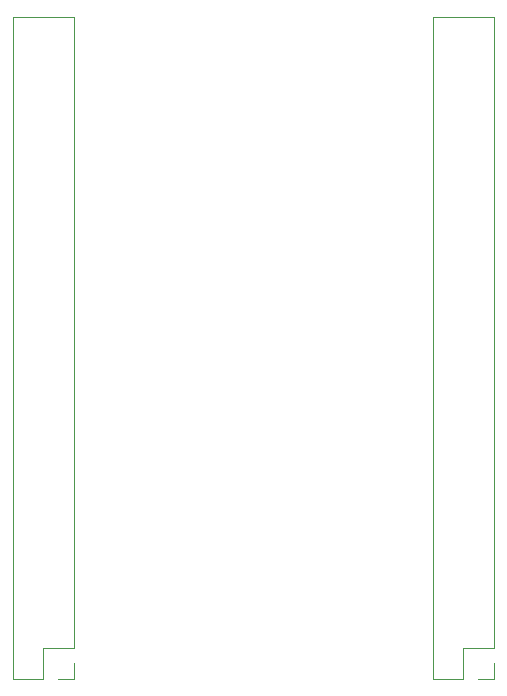
<source format=gbr>
%TF.GenerationSoftware,KiCad,Pcbnew,9.0.2*%
%TF.CreationDate,2025-06-04T20:05:53+07:00*%
%TF.ProjectId,Torque Vectoring Board,546f7271-7565-4205-9665-63746f72696e,rev?*%
%TF.SameCoordinates,Original*%
%TF.FileFunction,Legend,Bot*%
%TF.FilePolarity,Positive*%
%FSLAX46Y46*%
G04 Gerber Fmt 4.6, Leading zero omitted, Abs format (unit mm)*
G04 Created by KiCad (PCBNEW 9.0.2) date 2025-06-04 20:05:53*
%MOMM*%
%LPD*%
G01*
G04 APERTURE LIST*
%ADD10C,0.120000*%
G04 APERTURE END LIST*
D10*
%TO.C,U1*%
X54042000Y-44390000D02*
X59242000Y-44390000D01*
X54042000Y-100390000D02*
X54042000Y-44390000D01*
X54042000Y-100390000D02*
X56642000Y-100390000D01*
X56642000Y-97790000D02*
X59242000Y-97790000D01*
X56642000Y-100390000D02*
X56642000Y-97790000D01*
X57912000Y-100390000D02*
X59242000Y-100390000D01*
X59242000Y-97790000D02*
X59242000Y-44390000D01*
X59242000Y-100390000D02*
X59242000Y-99060000D01*
X89602000Y-44390000D02*
X94802000Y-44390000D01*
X89602000Y-100390000D02*
X89602000Y-44390000D01*
X89602000Y-100390000D02*
X92202000Y-100390000D01*
X92202000Y-97790000D02*
X94802000Y-97790000D01*
X92202000Y-100390000D02*
X92202000Y-97790000D01*
X93472000Y-100390000D02*
X94802000Y-100390000D01*
X94802000Y-97790000D02*
X94802000Y-44390000D01*
X94802000Y-100390000D02*
X94802000Y-99060000D01*
%TD*%
M02*

</source>
